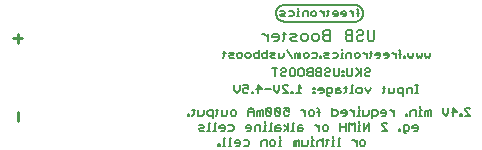
<source format=gbo>
G75*
G70*
%OFA0B0*%
%FSLAX24Y24*%
%IPPOS*%
%LPD*%
%AMOC8*
5,1,8,0,0,1.08239X$1,22.5*
%
%ADD10C,0.0080*%
%ADD11C,0.0050*%
%ADD12C,0.0060*%
%ADD13C,0.0110*%
D10*
X010024Y006119D02*
X012424Y006119D01*
X012454Y006124D01*
X012484Y006132D01*
X012513Y006143D01*
X012541Y006157D01*
X012566Y006175D01*
X012590Y006195D01*
X012611Y006217D01*
X012629Y006242D01*
X012645Y006269D01*
X012658Y006297D01*
X012667Y006327D01*
X012673Y006357D01*
X012675Y006388D01*
X012674Y006419D01*
X012669Y006450D01*
X012661Y006479D01*
X012650Y006508D01*
X012636Y006536D01*
X012618Y006561D01*
X012598Y006585D01*
X012576Y006606D01*
X012551Y006624D01*
X012524Y006640D01*
X012496Y006652D01*
X012466Y006662D01*
X012436Y006668D01*
X012405Y006670D01*
X012374Y006669D01*
X010024Y006669D01*
X009994Y006667D01*
X009964Y006662D01*
X009935Y006653D01*
X009908Y006640D01*
X009882Y006625D01*
X009858Y006606D01*
X009837Y006585D01*
X009818Y006561D01*
X009803Y006535D01*
X009790Y006508D01*
X009781Y006479D01*
X009776Y006449D01*
X009774Y006419D01*
X009773Y006388D01*
X009775Y006357D01*
X009781Y006327D01*
X009791Y006297D01*
X009803Y006269D01*
X009819Y006242D01*
X009837Y006217D01*
X009858Y006195D01*
X009882Y006175D01*
X009907Y006157D01*
X009935Y006143D01*
X009963Y006132D01*
X009993Y006124D01*
X010024Y006119D01*
D11*
X010134Y005169D02*
X010301Y004919D01*
X010411Y004919D02*
X010411Y005044D01*
X010452Y005086D01*
X010494Y005044D01*
X010494Y004919D01*
X010577Y004919D02*
X010577Y005086D01*
X010536Y005086D01*
X010494Y005044D01*
X010687Y005044D02*
X010687Y004960D01*
X010728Y004919D01*
X010812Y004919D01*
X010854Y004960D01*
X010854Y005044D01*
X010812Y005086D01*
X010728Y005086D01*
X010687Y005044D01*
X010963Y005086D02*
X011088Y005086D01*
X011130Y005044D01*
X011130Y004960D01*
X011088Y004919D01*
X010963Y004919D01*
X011226Y004919D02*
X011268Y004919D01*
X011268Y004960D01*
X011226Y004960D01*
X011226Y004919D01*
X011377Y004960D02*
X011419Y005002D01*
X011502Y005002D01*
X011544Y005044D01*
X011502Y005086D01*
X011377Y005086D01*
X011377Y004960D02*
X011419Y004919D01*
X011544Y004919D01*
X011654Y004919D02*
X011779Y004919D01*
X011820Y004960D01*
X011820Y005044D01*
X011779Y005086D01*
X011654Y005086D01*
X011963Y005086D02*
X011963Y004919D01*
X012005Y004919D02*
X011921Y004919D01*
X012114Y004919D02*
X012114Y005044D01*
X012156Y005086D01*
X012281Y005086D01*
X012281Y004919D01*
X012390Y004960D02*
X012390Y005044D01*
X012432Y005086D01*
X012515Y005086D01*
X012557Y005044D01*
X012557Y004960D01*
X012515Y004919D01*
X012432Y004919D01*
X012390Y004960D01*
X012662Y005086D02*
X012704Y005086D01*
X012787Y005002D01*
X012787Y004919D02*
X012787Y005086D01*
X012888Y005086D02*
X012971Y005086D01*
X012930Y005127D02*
X012930Y004960D01*
X012888Y004919D01*
X013081Y005002D02*
X013248Y005002D01*
X013248Y004960D02*
X013248Y005044D01*
X013206Y005086D01*
X013122Y005086D01*
X013081Y005044D01*
X013081Y005002D01*
X013122Y004919D02*
X013206Y004919D01*
X013248Y004960D01*
X013357Y005002D02*
X013524Y005002D01*
X013524Y004960D02*
X013524Y005044D01*
X013482Y005086D01*
X013399Y005086D01*
X013357Y005044D01*
X013357Y005002D01*
X013399Y004919D02*
X013482Y004919D01*
X013524Y004960D01*
X013671Y005086D02*
X013754Y005002D01*
X013754Y004919D02*
X013754Y005086D01*
X013671Y005086D02*
X013629Y005086D01*
X013855Y005044D02*
X013938Y005044D01*
X013896Y005127D02*
X013896Y004919D01*
X014035Y004919D02*
X014076Y004919D01*
X014076Y004960D01*
X014035Y004960D01*
X014035Y004919D01*
X014186Y004960D02*
X014186Y005086D01*
X014353Y005086D02*
X014353Y004960D01*
X014311Y004919D01*
X014269Y004960D01*
X014227Y004919D01*
X014186Y004960D01*
X014462Y004960D02*
X014462Y005086D01*
X014629Y005086D02*
X014629Y004960D01*
X014587Y004919D01*
X014545Y004960D01*
X014504Y004919D01*
X014462Y004960D01*
X014738Y004960D02*
X014738Y005086D01*
X014905Y005086D02*
X014905Y004960D01*
X014863Y004919D01*
X014822Y004960D01*
X014780Y004919D01*
X014738Y004960D01*
X013896Y005127D02*
X013855Y005169D01*
X012905Y004519D02*
X012860Y004564D01*
X012770Y004564D01*
X012725Y004519D01*
X012770Y004429D02*
X012725Y004384D01*
X012725Y004339D01*
X012770Y004294D01*
X012860Y004294D01*
X012905Y004339D01*
X012860Y004429D02*
X012770Y004429D01*
X012860Y004429D02*
X012905Y004474D01*
X012905Y004519D01*
X012610Y004564D02*
X012610Y004294D01*
X012610Y004384D02*
X012430Y004564D01*
X012316Y004564D02*
X012316Y004339D01*
X012271Y004294D01*
X012181Y004294D01*
X012136Y004339D01*
X012136Y004564D01*
X012021Y004474D02*
X012021Y004429D01*
X011976Y004429D01*
X011976Y004474D01*
X012021Y004474D01*
X012021Y004339D02*
X012021Y004294D01*
X011976Y004294D01*
X011976Y004339D01*
X012021Y004339D01*
X011874Y004339D02*
X011829Y004294D01*
X011739Y004294D01*
X011694Y004339D01*
X011694Y004564D01*
X011579Y004519D02*
X011579Y004474D01*
X011534Y004429D01*
X011444Y004429D01*
X011399Y004384D01*
X011399Y004339D01*
X011444Y004294D01*
X011534Y004294D01*
X011579Y004339D01*
X011874Y004339D02*
X011874Y004564D01*
X011579Y004519D02*
X011534Y004564D01*
X011444Y004564D01*
X011399Y004519D01*
X011284Y004564D02*
X011149Y004564D01*
X011104Y004519D01*
X011104Y004474D01*
X011149Y004429D01*
X011284Y004429D01*
X011149Y004429D02*
X011104Y004384D01*
X011104Y004339D01*
X011149Y004294D01*
X011284Y004294D01*
X011284Y004564D01*
X010990Y004564D02*
X010855Y004564D01*
X010810Y004519D01*
X010810Y004474D01*
X010855Y004429D01*
X010990Y004429D01*
X010855Y004429D02*
X010810Y004384D01*
X010810Y004339D01*
X010855Y004294D01*
X010990Y004294D01*
X010990Y004564D01*
X010695Y004519D02*
X010695Y004339D01*
X010650Y004294D01*
X010560Y004294D01*
X010515Y004339D01*
X010515Y004519D01*
X010560Y004564D01*
X010650Y004564D01*
X010695Y004519D01*
X010400Y004519D02*
X010400Y004339D01*
X010355Y004294D01*
X010265Y004294D01*
X010220Y004339D01*
X010220Y004519D01*
X010265Y004564D01*
X010355Y004564D01*
X010400Y004519D01*
X010106Y004519D02*
X010106Y004474D01*
X010061Y004429D01*
X009971Y004429D01*
X009926Y004384D01*
X009926Y004339D01*
X009971Y004294D01*
X010061Y004294D01*
X010106Y004339D01*
X010106Y004519D02*
X010061Y004564D01*
X009971Y004564D01*
X009926Y004519D01*
X009811Y004564D02*
X009631Y004564D01*
X009721Y004564D02*
X009721Y004294D01*
X009702Y004001D02*
X009702Y003821D01*
X009792Y003731D01*
X009883Y003821D01*
X009883Y004001D01*
X009997Y003956D02*
X010042Y004001D01*
X010132Y004001D01*
X010177Y003956D01*
X009997Y003956D02*
X009997Y003911D01*
X010177Y003731D01*
X009997Y003731D01*
X010279Y003731D02*
X010325Y003731D01*
X010325Y003776D01*
X010279Y003776D01*
X010279Y003731D01*
X010439Y003731D02*
X010619Y003731D01*
X010529Y003731D02*
X010529Y004001D01*
X010619Y003911D01*
X011016Y003911D02*
X011016Y003866D01*
X011061Y003866D01*
X011061Y003911D01*
X011016Y003911D01*
X011176Y003866D02*
X011176Y003821D01*
X011356Y003821D01*
X011356Y003776D02*
X011356Y003866D01*
X011311Y003911D01*
X011221Y003911D01*
X011176Y003866D01*
X011221Y003731D02*
X011311Y003731D01*
X011356Y003776D01*
X011470Y003731D02*
X011605Y003731D01*
X011650Y003776D01*
X011650Y003866D01*
X011605Y003911D01*
X011470Y003911D01*
X011470Y003686D01*
X011515Y003641D01*
X011560Y003641D01*
X011765Y003731D02*
X011765Y003866D01*
X011810Y003911D01*
X011900Y003911D01*
X011900Y003821D02*
X011765Y003821D01*
X011765Y003731D02*
X011900Y003731D01*
X011945Y003776D01*
X011900Y003821D01*
X012051Y003731D02*
X012096Y003776D01*
X012096Y003956D01*
X012051Y003911D02*
X012142Y003911D01*
X012293Y004001D02*
X012293Y003731D01*
X012338Y003731D02*
X012248Y003731D01*
X012452Y003776D02*
X012452Y003866D01*
X012498Y003911D01*
X012588Y003911D01*
X012633Y003866D01*
X012633Y003776D01*
X012588Y003731D01*
X012498Y003731D01*
X012452Y003776D01*
X012747Y003911D02*
X012837Y003731D01*
X012927Y003911D01*
X013328Y003911D02*
X013418Y003911D01*
X013373Y003956D02*
X013373Y003776D01*
X013328Y003731D01*
X013533Y003731D02*
X013533Y003911D01*
X013713Y003911D02*
X013713Y003776D01*
X013668Y003731D01*
X013533Y003731D01*
X013828Y003776D02*
X013873Y003731D01*
X014008Y003731D01*
X014008Y003641D02*
X014008Y003911D01*
X013873Y003911D01*
X013828Y003866D01*
X013828Y003776D01*
X014122Y003731D02*
X014122Y003866D01*
X014167Y003911D01*
X014302Y003911D01*
X014302Y003731D01*
X014409Y003731D02*
X014499Y003731D01*
X014454Y003731D02*
X014454Y004001D01*
X014499Y004001D02*
X014409Y004001D01*
X014583Y003297D02*
X014583Y003251D01*
X014583Y003161D02*
X014583Y002981D01*
X014628Y002981D02*
X014538Y002981D01*
X014432Y002981D02*
X014432Y003161D01*
X014297Y003161D01*
X014252Y003116D01*
X014252Y002981D01*
X014137Y002981D02*
X014092Y002981D01*
X014092Y003026D01*
X014137Y003026D01*
X014137Y002981D01*
X013695Y002981D02*
X013695Y003161D01*
X013695Y003071D02*
X013605Y003161D01*
X013560Y003161D01*
X013450Y003116D02*
X013405Y003161D01*
X013314Y003161D01*
X013269Y003116D01*
X013269Y003071D01*
X013450Y003071D01*
X013450Y003026D02*
X013450Y003116D01*
X013450Y003026D02*
X013405Y002981D01*
X013314Y002981D01*
X013155Y003026D02*
X013155Y003116D01*
X013110Y003161D01*
X012975Y003161D01*
X012975Y002891D01*
X012975Y002981D02*
X013110Y002981D01*
X013155Y003026D01*
X012860Y003026D02*
X012815Y002981D01*
X012680Y002981D01*
X012680Y003161D01*
X012566Y003161D02*
X012521Y003161D01*
X012521Y002981D01*
X012566Y002981D02*
X012476Y002981D01*
X012369Y002981D02*
X012369Y003161D01*
X012369Y003071D02*
X012279Y003161D01*
X012234Y003161D01*
X012124Y003116D02*
X012079Y003161D01*
X011989Y003161D01*
X011943Y003116D01*
X011943Y003071D01*
X012124Y003071D01*
X012124Y003026D02*
X012124Y003116D01*
X012124Y003026D02*
X012079Y002981D01*
X011989Y002981D01*
X011829Y003026D02*
X011829Y003116D01*
X011784Y003161D01*
X011649Y003161D01*
X011649Y003251D02*
X011649Y002981D01*
X011784Y002981D01*
X011829Y003026D01*
X011912Y002751D02*
X011912Y002481D01*
X011912Y002616D02*
X012092Y002616D01*
X012092Y002481D02*
X012092Y002751D01*
X012207Y002751D02*
X012297Y002661D01*
X012387Y002751D01*
X012387Y002481D01*
X012493Y002481D02*
X012584Y002481D01*
X012538Y002481D02*
X012538Y002661D01*
X012584Y002661D01*
X012538Y002751D02*
X012538Y002797D01*
X012698Y002751D02*
X012698Y002481D01*
X012878Y002751D01*
X012878Y002481D01*
X013287Y002481D02*
X013467Y002481D01*
X013287Y002661D01*
X013287Y002706D01*
X013332Y002751D01*
X013422Y002751D01*
X013467Y002706D01*
X013864Y002526D02*
X013864Y002481D01*
X013909Y002481D01*
X013909Y002526D01*
X013864Y002526D01*
X014024Y002481D02*
X014159Y002481D01*
X014204Y002526D01*
X014204Y002616D01*
X014159Y002661D01*
X014024Y002661D01*
X014024Y002436D01*
X014069Y002391D01*
X014114Y002391D01*
X014364Y002481D02*
X014454Y002481D01*
X014499Y002526D01*
X014499Y002616D01*
X014454Y002661D01*
X014364Y002661D01*
X014319Y002616D01*
X014319Y002571D01*
X014499Y002571D01*
X014743Y002981D02*
X014743Y003116D01*
X014788Y003161D01*
X014833Y003116D01*
X014833Y002981D01*
X014923Y002981D02*
X014923Y003161D01*
X014878Y003161D01*
X014833Y003116D01*
X014628Y003161D02*
X014583Y003161D01*
X015332Y003071D02*
X015422Y002981D01*
X015512Y003071D01*
X015512Y003251D01*
X015672Y003251D02*
X015807Y003116D01*
X015627Y003116D01*
X015672Y002981D02*
X015672Y003251D01*
X015332Y003251D02*
X015332Y003071D01*
X015909Y003026D02*
X015909Y002981D01*
X015954Y002981D01*
X015954Y003026D01*
X015909Y003026D01*
X016069Y002981D02*
X016249Y002981D01*
X016069Y003161D01*
X016069Y003206D01*
X016114Y003251D01*
X016204Y003251D01*
X016249Y003206D01*
X012860Y003161D02*
X012860Y003026D01*
X012521Y003251D02*
X012521Y003297D01*
X012207Y002751D02*
X012207Y002481D01*
X011914Y002251D02*
X011869Y002251D01*
X011869Y001981D01*
X011914Y001981D02*
X011824Y001981D01*
X011717Y001981D02*
X011627Y001981D01*
X011672Y001981D02*
X011672Y002161D01*
X011717Y002161D01*
X011672Y002251D02*
X011672Y002297D01*
X011476Y002206D02*
X011476Y002026D01*
X011431Y001981D01*
X011325Y001981D02*
X011325Y002251D01*
X011280Y002161D02*
X011189Y002161D01*
X011144Y002116D01*
X011144Y001981D01*
X011030Y001981D02*
X010940Y001981D01*
X010985Y001981D02*
X010985Y002161D01*
X011030Y002161D01*
X010985Y002251D02*
X010985Y002297D01*
X010834Y002161D02*
X010834Y002026D01*
X010788Y001981D01*
X010653Y001981D01*
X010653Y002161D01*
X010539Y002161D02*
X010494Y002161D01*
X010449Y002116D01*
X010404Y002161D01*
X010359Y002116D01*
X010359Y001981D01*
X010449Y001981D02*
X010449Y002116D01*
X010539Y002161D02*
X010539Y001981D01*
X009950Y001981D02*
X009859Y001981D01*
X009905Y001981D02*
X009905Y002161D01*
X009950Y002161D01*
X009905Y002251D02*
X009905Y002297D01*
X009887Y002481D02*
X009932Y002526D01*
X009887Y002571D01*
X009751Y002571D01*
X009751Y002616D02*
X009751Y002481D01*
X009887Y002481D01*
X010042Y002481D02*
X010177Y002571D01*
X010042Y002661D01*
X009887Y002661D02*
X009797Y002661D01*
X009751Y002616D01*
X009637Y002481D02*
X009547Y002481D01*
X009592Y002481D02*
X009592Y002751D01*
X009637Y002751D01*
X009441Y002661D02*
X009396Y002661D01*
X009396Y002481D01*
X009441Y002481D02*
X009350Y002481D01*
X009244Y002481D02*
X009244Y002661D01*
X009109Y002661D01*
X009064Y002616D01*
X009064Y002481D01*
X008949Y002526D02*
X008949Y002616D01*
X008904Y002661D01*
X008814Y002661D01*
X008769Y002616D01*
X008769Y002571D01*
X008949Y002571D01*
X008949Y002526D02*
X008904Y002481D01*
X008814Y002481D01*
X008360Y002526D02*
X008315Y002481D01*
X008180Y002481D01*
X008066Y002526D02*
X008066Y002616D01*
X008020Y002661D01*
X007930Y002661D01*
X007885Y002616D01*
X007885Y002571D01*
X008066Y002571D01*
X008066Y002526D02*
X008020Y002481D01*
X007930Y002481D01*
X007771Y002481D02*
X007681Y002481D01*
X007726Y002481D02*
X007726Y002751D01*
X007771Y002751D01*
X007574Y002751D02*
X007529Y002751D01*
X007529Y002481D01*
X007574Y002481D02*
X007484Y002481D01*
X007378Y002481D02*
X007243Y002481D01*
X007198Y002526D01*
X007243Y002571D01*
X007333Y002571D01*
X007378Y002616D01*
X007333Y002661D01*
X007198Y002661D01*
X007655Y002891D02*
X007655Y003161D01*
X007520Y003161D01*
X007475Y003116D01*
X007475Y003026D01*
X007520Y002981D01*
X007655Y002981D01*
X007761Y002981D02*
X007806Y003026D01*
X007806Y003206D01*
X007851Y003161D02*
X007761Y003161D01*
X007966Y003161D02*
X007966Y002981D01*
X008101Y002981D01*
X008146Y003026D01*
X008146Y003161D01*
X008260Y003116D02*
X008305Y003161D01*
X008395Y003161D01*
X008440Y003116D01*
X008440Y003026D01*
X008395Y002981D01*
X008305Y002981D01*
X008260Y003026D01*
X008260Y003116D01*
X008850Y003116D02*
X009030Y003116D01*
X009030Y003161D02*
X009030Y002981D01*
X009144Y002981D02*
X009144Y003116D01*
X009189Y003161D01*
X009234Y003116D01*
X009234Y002981D01*
X009324Y002981D02*
X009324Y003161D01*
X009279Y003161D01*
X009234Y003116D01*
X009030Y003161D02*
X008940Y003251D01*
X008850Y003161D01*
X008850Y002981D01*
X009396Y002797D02*
X009396Y002751D01*
X009484Y002981D02*
X009574Y002981D01*
X009619Y003026D01*
X009439Y003206D01*
X009439Y003026D01*
X009484Y002981D01*
X009619Y003026D02*
X009619Y003206D01*
X009574Y003251D01*
X009484Y003251D01*
X009439Y003206D01*
X009734Y003206D02*
X009914Y003026D01*
X009869Y002981D01*
X009779Y002981D01*
X009734Y003026D01*
X009734Y003206D01*
X009779Y003251D01*
X009869Y003251D01*
X009914Y003206D01*
X009914Y003026D01*
X010028Y003026D02*
X010028Y003116D01*
X010073Y003161D01*
X010118Y003161D01*
X010208Y003116D01*
X010208Y003251D01*
X010028Y003251D01*
X010028Y003026D02*
X010073Y002981D01*
X010163Y002981D01*
X010208Y003026D01*
X010613Y003161D02*
X010659Y003161D01*
X010749Y003071D01*
X010749Y002981D02*
X010749Y003161D01*
X010863Y003116D02*
X010908Y003161D01*
X010998Y003161D01*
X011043Y003116D01*
X011043Y003026D01*
X010998Y002981D01*
X010908Y002981D01*
X010863Y003026D01*
X010863Y003116D01*
X011150Y003116D02*
X011240Y003116D01*
X011195Y003206D02*
X011195Y002981D01*
X011195Y003206D02*
X011150Y003251D01*
X011061Y003731D02*
X011061Y003776D01*
X011016Y003776D01*
X011016Y003731D01*
X011061Y003731D01*
X012293Y004001D02*
X012338Y004001D01*
X012430Y004294D02*
X012565Y004429D01*
X012005Y005086D02*
X011963Y005086D01*
X011963Y005169D02*
X011963Y005211D01*
X010025Y005086D02*
X010025Y004960D01*
X009983Y004919D01*
X009858Y004919D01*
X009858Y005086D01*
X009749Y005044D02*
X009707Y005002D01*
X009624Y005002D01*
X009582Y004960D01*
X009624Y004919D01*
X009749Y004919D01*
X009749Y005044D02*
X009707Y005086D01*
X009582Y005086D01*
X009472Y005086D02*
X009347Y005086D01*
X009306Y005044D01*
X009306Y004960D01*
X009347Y004919D01*
X009472Y004919D01*
X009472Y005169D01*
X009196Y005169D02*
X009196Y004919D01*
X009071Y004919D01*
X009029Y004960D01*
X009029Y005044D01*
X009071Y005086D01*
X009196Y005086D01*
X008920Y005044D02*
X008920Y004960D01*
X008878Y004919D01*
X008795Y004919D01*
X008753Y004960D01*
X008753Y005044D01*
X008795Y005086D01*
X008878Y005086D01*
X008920Y005044D01*
X008644Y005044D02*
X008644Y004960D01*
X008602Y004919D01*
X008519Y004919D01*
X008477Y004960D01*
X008477Y005044D01*
X008519Y005086D01*
X008602Y005086D01*
X008644Y005044D01*
X008367Y005044D02*
X008326Y005086D01*
X008201Y005086D01*
X008242Y005002D02*
X008326Y005002D01*
X008367Y005044D01*
X008367Y004919D02*
X008242Y004919D01*
X008201Y004960D01*
X008242Y005002D01*
X008091Y005086D02*
X008008Y005086D01*
X008049Y005127D02*
X008049Y004960D01*
X008008Y004919D01*
X008376Y004001D02*
X008376Y003821D01*
X008467Y003731D01*
X008557Y003821D01*
X008557Y004001D01*
X008671Y004001D02*
X008851Y004001D01*
X008851Y003866D01*
X008761Y003911D01*
X008716Y003911D01*
X008671Y003866D01*
X008671Y003776D01*
X008716Y003731D01*
X008806Y003731D01*
X008851Y003776D01*
X008954Y003776D02*
X008954Y003731D01*
X008999Y003731D01*
X008999Y003776D01*
X008954Y003776D01*
X009113Y003866D02*
X009293Y003866D01*
X009158Y004001D01*
X009158Y003731D01*
X009408Y003866D02*
X009588Y003866D01*
X007360Y003161D02*
X007360Y003026D01*
X007315Y002981D01*
X007180Y002981D01*
X007180Y003161D01*
X007065Y003161D02*
X006975Y003161D01*
X007020Y003206D02*
X007020Y003026D01*
X006975Y002981D01*
X006869Y002981D02*
X006824Y002981D01*
X006824Y003026D01*
X006869Y003026D01*
X006869Y002981D01*
X008180Y002661D02*
X008315Y002661D01*
X008360Y002616D01*
X008360Y002526D01*
X008280Y002251D02*
X008235Y002251D01*
X008235Y001981D01*
X008280Y001981D02*
X008190Y001981D01*
X008083Y001981D02*
X007993Y001981D01*
X008038Y001981D02*
X008038Y002251D01*
X008083Y002251D01*
X008394Y002116D02*
X008394Y002071D01*
X008575Y002071D01*
X008575Y002026D02*
X008575Y002116D01*
X008529Y002161D01*
X008439Y002161D01*
X008394Y002116D01*
X008439Y001981D02*
X008529Y001981D01*
X008575Y002026D01*
X008689Y001981D02*
X008824Y001981D01*
X008869Y002026D01*
X008869Y002116D01*
X008824Y002161D01*
X008689Y002161D01*
X009278Y002116D02*
X009278Y001981D01*
X009458Y001981D02*
X009458Y002161D01*
X009323Y002161D01*
X009278Y002116D01*
X009573Y002116D02*
X009573Y002026D01*
X009618Y001981D01*
X009708Y001981D01*
X009753Y002026D01*
X009753Y002116D01*
X009708Y002161D01*
X009618Y002161D01*
X009573Y002116D01*
X010177Y002481D02*
X010177Y002751D01*
X010329Y002751D02*
X010329Y002481D01*
X010374Y002481D02*
X010284Y002481D01*
X010488Y002481D02*
X010488Y002616D01*
X010533Y002661D01*
X010623Y002661D01*
X010623Y002571D02*
X010488Y002571D01*
X010488Y002481D02*
X010623Y002481D01*
X010668Y002526D01*
X010623Y002571D01*
X010374Y002751D02*
X010329Y002751D01*
X011073Y002661D02*
X011118Y002661D01*
X011208Y002571D01*
X011208Y002481D02*
X011208Y002661D01*
X011323Y002616D02*
X011368Y002661D01*
X011458Y002661D01*
X011503Y002616D01*
X011503Y002526D01*
X011458Y002481D01*
X011368Y002481D01*
X011323Y002526D01*
X011323Y002616D01*
X011280Y002161D02*
X011325Y002116D01*
X011431Y002161D02*
X011521Y002161D01*
X012319Y002161D02*
X012364Y002161D01*
X012454Y002071D01*
X012454Y001981D02*
X012454Y002161D01*
X012569Y002116D02*
X012614Y002161D01*
X012704Y002161D01*
X012749Y002116D01*
X012749Y002026D01*
X012704Y001981D01*
X012614Y001981D01*
X012569Y002026D01*
X012569Y002116D01*
X007887Y002026D02*
X007842Y002026D01*
X007842Y001981D01*
X007887Y001981D01*
X007887Y002026D01*
D12*
X009490Y005484D02*
X009490Y005711D01*
X009376Y005711D02*
X009319Y005711D01*
X009376Y005711D02*
X009490Y005597D01*
X009631Y005597D02*
X009858Y005597D01*
X009858Y005540D02*
X009858Y005654D01*
X009801Y005711D01*
X009688Y005711D01*
X009631Y005654D01*
X009631Y005597D01*
X009801Y005484D02*
X009858Y005540D01*
X009801Y005484D02*
X009688Y005484D01*
X009990Y005484D02*
X010047Y005540D01*
X010047Y005767D01*
X010103Y005711D02*
X009990Y005711D01*
X010245Y005711D02*
X010415Y005711D01*
X010472Y005654D01*
X010415Y005597D01*
X010302Y005597D01*
X010245Y005540D01*
X010302Y005484D01*
X010472Y005484D01*
X010613Y005540D02*
X010613Y005654D01*
X010670Y005711D01*
X010783Y005711D01*
X010840Y005654D01*
X010840Y005540D01*
X010783Y005484D01*
X010670Y005484D01*
X010613Y005540D01*
X010982Y005540D02*
X010982Y005654D01*
X011038Y005711D01*
X011152Y005711D01*
X011208Y005654D01*
X011208Y005540D01*
X011152Y005484D01*
X011038Y005484D01*
X010982Y005540D01*
X011350Y005540D02*
X011407Y005484D01*
X011577Y005484D01*
X011577Y005824D01*
X011407Y005824D01*
X011350Y005767D01*
X011350Y005711D01*
X011407Y005654D01*
X011577Y005654D01*
X011407Y005654D02*
X011350Y005597D01*
X011350Y005540D01*
X012087Y005540D02*
X012143Y005484D01*
X012313Y005484D01*
X012313Y005824D01*
X012143Y005824D01*
X012087Y005767D01*
X012087Y005711D01*
X012143Y005654D01*
X012313Y005654D01*
X012455Y005597D02*
X012455Y005540D01*
X012512Y005484D01*
X012625Y005484D01*
X012682Y005540D01*
X012625Y005654D02*
X012512Y005654D01*
X012455Y005597D01*
X012625Y005654D02*
X012682Y005711D01*
X012682Y005767D01*
X012625Y005824D01*
X012512Y005824D01*
X012455Y005767D01*
X012143Y005654D02*
X012087Y005597D01*
X012087Y005540D01*
X012823Y005540D02*
X012823Y005824D01*
X013050Y005824D02*
X013050Y005540D01*
X012993Y005484D01*
X012880Y005484D01*
X012823Y005540D01*
X012502Y006289D02*
X012502Y006497D01*
X012460Y006539D01*
X012353Y006456D02*
X012353Y006289D01*
X012353Y006372D02*
X012270Y006456D01*
X012228Y006456D01*
X012116Y006414D02*
X012074Y006456D01*
X011990Y006456D01*
X011949Y006414D01*
X011949Y006372D01*
X012116Y006372D01*
X012116Y006330D02*
X012116Y006414D01*
X012116Y006330D02*
X012074Y006289D01*
X011990Y006289D01*
X011830Y006330D02*
X011830Y006414D01*
X011788Y006456D01*
X011705Y006456D01*
X011663Y006414D01*
X011663Y006372D01*
X011830Y006372D01*
X011830Y006330D02*
X011788Y006289D01*
X011705Y006289D01*
X011503Y006330D02*
X011461Y006289D01*
X011503Y006330D02*
X011503Y006497D01*
X011545Y006456D02*
X011461Y006456D01*
X011354Y006456D02*
X011354Y006289D01*
X011354Y006372D02*
X011271Y006456D01*
X011229Y006456D01*
X011117Y006414D02*
X011117Y006330D01*
X011075Y006289D01*
X010991Y006289D01*
X010950Y006330D01*
X010950Y006414D01*
X010991Y006456D01*
X011075Y006456D01*
X011117Y006414D01*
X010831Y006456D02*
X010831Y006289D01*
X010664Y006289D02*
X010664Y006414D01*
X010706Y006456D01*
X010831Y006456D01*
X010546Y006456D02*
X010504Y006456D01*
X010504Y006289D01*
X010546Y006289D02*
X010462Y006289D01*
X010355Y006330D02*
X010314Y006289D01*
X010189Y006289D01*
X010070Y006289D02*
X009945Y006289D01*
X009903Y006330D01*
X009945Y006372D01*
X010028Y006372D01*
X010070Y006414D01*
X010028Y006456D01*
X009903Y006456D01*
X010189Y006456D02*
X010314Y006456D01*
X010355Y006414D01*
X010355Y006330D01*
X010504Y006539D02*
X010504Y006581D01*
X012460Y006414D02*
X012544Y006414D01*
D13*
X001155Y003089D02*
X001155Y002795D01*
X001155Y005420D02*
X001155Y005714D01*
X001008Y005567D02*
X001302Y005567D01*
M02*

</source>
